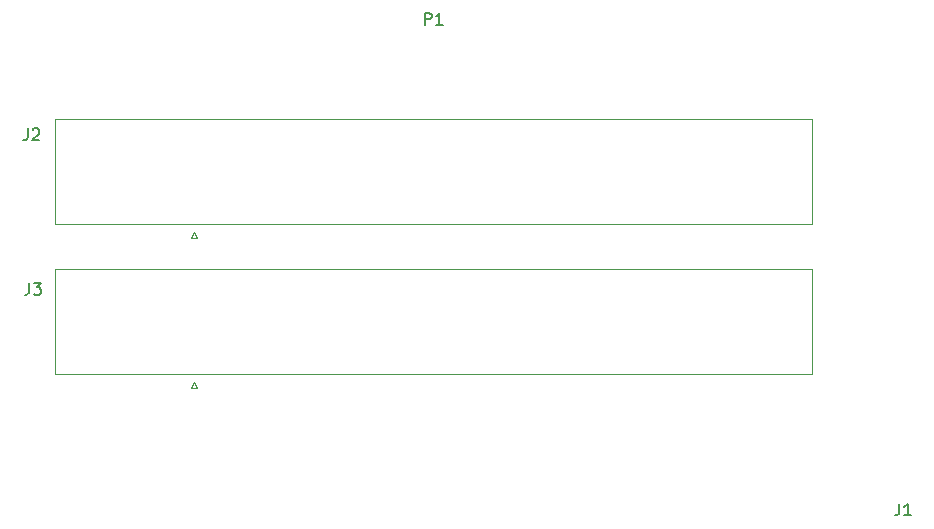
<source format=gbr>
G04 #@! TF.GenerationSoftware,KiCad,Pcbnew,5.1.5+dfsg1-2build2*
G04 #@! TF.CreationDate,2021-02-25T12:04:28+01:00*
G04 #@! TF.ProjectId,DIMMCartridgeConect,44494d4d-4361-4727-9472-69646765436f,rev?*
G04 #@! TF.SameCoordinates,Original*
G04 #@! TF.FileFunction,Legend,Top*
G04 #@! TF.FilePolarity,Positive*
%FSLAX46Y46*%
G04 Gerber Fmt 4.6, Leading zero omitted, Abs format (unit mm)*
G04 Created by KiCad (PCBNEW 5.1.5+dfsg1-2build2) date 2021-02-25 12:04:28*
%MOMM*%
%LPD*%
G04 APERTURE LIST*
%ADD10C,0.120000*%
%ADD11C,0.150000*%
G04 APERTURE END LIST*
D10*
X79934000Y-108318000D02*
X79680000Y-107810000D01*
X79426000Y-108318000D02*
X79934000Y-108318000D01*
X79680000Y-107810000D02*
X79426000Y-108318000D01*
X67940000Y-98290000D02*
X132060000Y-98290000D01*
X67940000Y-98290000D02*
X67940000Y-107170000D01*
X132060000Y-107170000D02*
X132060000Y-98290000D01*
X132060000Y-107170000D02*
X67940000Y-107170000D01*
X132060000Y-119870000D02*
X67940000Y-119870000D01*
X132060000Y-119870000D02*
X132060000Y-110990000D01*
X67940000Y-110990000D02*
X67940000Y-119870000D01*
X67940000Y-110990000D02*
X132060000Y-110990000D01*
X79680000Y-120510000D02*
X79426000Y-121018000D01*
X79426000Y-121018000D02*
X79934000Y-121018000D01*
X79934000Y-121018000D02*
X79680000Y-120510000D01*
D11*
X139416666Y-130827380D02*
X139416666Y-131541666D01*
X139369047Y-131684523D01*
X139273809Y-131779761D01*
X139130952Y-131827380D01*
X139035714Y-131827380D01*
X140416666Y-131827380D02*
X139845238Y-131827380D01*
X140130952Y-131827380D02*
X140130952Y-130827380D01*
X140035714Y-130970238D01*
X139940476Y-131065476D01*
X139845238Y-131113095D01*
X99261904Y-90278380D02*
X99261904Y-89278380D01*
X99642857Y-89278380D01*
X99738095Y-89326000D01*
X99785714Y-89373619D01*
X99833333Y-89468857D01*
X99833333Y-89611714D01*
X99785714Y-89706952D01*
X99738095Y-89754571D01*
X99642857Y-89802190D01*
X99261904Y-89802190D01*
X100785714Y-90278380D02*
X100214285Y-90278380D01*
X100500000Y-90278380D02*
X100500000Y-89278380D01*
X100404761Y-89421238D01*
X100309523Y-89516476D01*
X100214285Y-89564095D01*
X65630666Y-99057380D02*
X65630666Y-99771666D01*
X65583047Y-99914523D01*
X65487809Y-100009761D01*
X65344952Y-100057380D01*
X65249714Y-100057380D01*
X66059238Y-99152619D02*
X66106857Y-99105000D01*
X66202095Y-99057380D01*
X66440190Y-99057380D01*
X66535428Y-99105000D01*
X66583047Y-99152619D01*
X66630666Y-99247857D01*
X66630666Y-99343095D01*
X66583047Y-99485952D01*
X66011619Y-100057380D01*
X66630666Y-100057380D01*
X65757666Y-112138380D02*
X65757666Y-112852666D01*
X65710047Y-112995523D01*
X65614809Y-113090761D01*
X65471952Y-113138380D01*
X65376714Y-113138380D01*
X66138619Y-112138380D02*
X66757666Y-112138380D01*
X66424333Y-112519333D01*
X66567190Y-112519333D01*
X66662428Y-112566952D01*
X66710047Y-112614571D01*
X66757666Y-112709809D01*
X66757666Y-112947904D01*
X66710047Y-113043142D01*
X66662428Y-113090761D01*
X66567190Y-113138380D01*
X66281476Y-113138380D01*
X66186238Y-113090761D01*
X66138619Y-113043142D01*
M02*

</source>
